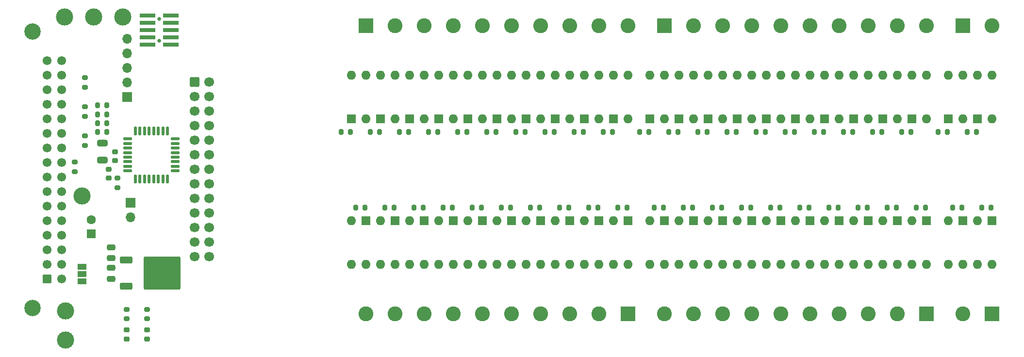
<source format=gbr>
%TF.GenerationSoftware,KiCad,Pcbnew,7.0.2-0*%
%TF.CreationDate,2023-05-17T19:00:26+02:00*%
%TF.ProjectId,main,6d61696e-2e6b-4696-9361-645f70636258,v.1.2.0*%
%TF.SameCoordinates,Original*%
%TF.FileFunction,Soldermask,Top*%
%TF.FilePolarity,Negative*%
%FSLAX46Y46*%
G04 Gerber Fmt 4.6, Leading zero omitted, Abs format (unit mm)*
G04 Created by KiCad (PCBNEW 7.0.2-0) date 2023-05-17 19:00:26*
%MOMM*%
%LPD*%
G01*
G04 APERTURE LIST*
G04 Aperture macros list*
%AMRoundRect*
0 Rectangle with rounded corners*
0 $1 Rounding radius*
0 $2 $3 $4 $5 $6 $7 $8 $9 X,Y pos of 4 corners*
0 Add a 4 corners polygon primitive as box body*
4,1,4,$2,$3,$4,$5,$6,$7,$8,$9,$2,$3,0*
0 Add four circle primitives for the rounded corners*
1,1,$1+$1,$2,$3*
1,1,$1+$1,$4,$5*
1,1,$1+$1,$6,$7*
1,1,$1+$1,$8,$9*
0 Add four rect primitives between the rounded corners*
20,1,$1+$1,$2,$3,$4,$5,0*
20,1,$1+$1,$4,$5,$6,$7,0*
20,1,$1+$1,$6,$7,$8,$9,0*
20,1,$1+$1,$8,$9,$2,$3,0*%
G04 Aperture macros list end*
%ADD10C,0.650000*%
%ADD11R,2.795000X0.740000*%
%ADD12C,3.000000*%
%ADD13R,2.600000X2.600000*%
%ADD14C,2.600000*%
%ADD15RoundRect,0.200000X0.275000X-0.200000X0.275000X0.200000X-0.275000X0.200000X-0.275000X-0.200000X0*%
%ADD16RoundRect,0.200000X0.200000X0.275000X-0.200000X0.275000X-0.200000X-0.275000X0.200000X-0.275000X0*%
%ADD17R,1.600000X1.600000*%
%ADD18O,1.600000X1.600000*%
%ADD19RoundRect,0.200000X-0.275000X0.200000X-0.275000X-0.200000X0.275000X-0.200000X0.275000X0.200000X0*%
%ADD20R,1.700000X1.700000*%
%ADD21O,1.700000X1.700000*%
%ADD22R,1.500000X1.000000*%
%ADD23RoundRect,0.218750X0.256250X-0.218750X0.256250X0.218750X-0.256250X0.218750X-0.256250X-0.218750X0*%
%ADD24RoundRect,0.225000X-0.250000X0.225000X-0.250000X-0.225000X0.250000X-0.225000X0.250000X0.225000X0*%
%ADD25C,1.600000*%
%ADD26RoundRect,0.125000X-0.625000X-0.125000X0.625000X-0.125000X0.625000X0.125000X-0.625000X0.125000X0*%
%ADD27RoundRect,0.125000X-0.125000X-0.625000X0.125000X-0.625000X0.125000X0.625000X-0.125000X0.625000X0*%
%ADD28RoundRect,0.250000X-0.475000X0.250000X-0.475000X-0.250000X0.475000X-0.250000X0.475000X0.250000X0*%
%ADD29C,2.850000*%
%ADD30RoundRect,0.249999X0.525001X-0.525001X0.525001X0.525001X-0.525001X0.525001X-0.525001X-0.525001X0*%
%ADD31C,1.550000*%
%ADD32RoundRect,0.250000X0.475000X-0.250000X0.475000X0.250000X-0.475000X0.250000X-0.475000X-0.250000X0*%
%ADD33RoundRect,0.250000X-0.650000X0.325000X-0.650000X-0.325000X0.650000X-0.325000X0.650000X0.325000X0*%
%ADD34RoundRect,0.250000X-0.850000X-0.350000X0.850000X-0.350000X0.850000X0.350000X-0.850000X0.350000X0*%
%ADD35RoundRect,0.249997X-2.950003X-2.650003X2.950003X-2.650003X2.950003X2.650003X-2.950003X2.650003X0*%
%ADD36RoundRect,0.250000X-0.600000X-0.600000X0.600000X-0.600000X0.600000X0.600000X-0.600000X0.600000X0*%
%ADD37C,1.700000*%
G04 APERTURE END LIST*
D10*
%TO.C,J11*%
X50292000Y-60066000D03*
X50292000Y-56266000D03*
D11*
X52324500Y-60706000D03*
X48259500Y-60706000D03*
X52324500Y-59436000D03*
X48259500Y-59436000D03*
X52324500Y-58166000D03*
X48259500Y-58166000D03*
X52324500Y-56896000D03*
X48259500Y-56896000D03*
X52324500Y-55626000D03*
X48259500Y-55626000D03*
%TD*%
D12*
%TO.C,TP2*%
X33900000Y-107180000D03*
%TD*%
D13*
%TO.C,J5*%
X138430000Y-57404000D03*
D14*
X143510000Y-57404000D03*
X148590000Y-57404000D03*
X153670000Y-57404000D03*
X158750000Y-57404000D03*
X163830000Y-57404000D03*
X168910000Y-57404000D03*
X173990000Y-57404000D03*
X179070000Y-57404000D03*
X184150000Y-57404000D03*
%TD*%
D13*
%TO.C,J4*%
X190500000Y-57404000D03*
D14*
X195580000Y-57404000D03*
%TD*%
D15*
%TO.C,R11*%
X42950000Y-85660000D03*
X42950000Y-84010000D03*
%TD*%
D16*
%TO.C,R38*%
X183959000Y-89154000D03*
X182309000Y-89154000D03*
%TD*%
D17*
%TO.C,U19*%
X99060000Y-73660000D03*
D18*
X101600000Y-73660000D03*
X101600000Y-66040000D03*
X99060000Y-66040000D03*
%TD*%
D19*
%TO.C,R4*%
X37338000Y-66485000D03*
X37338000Y-68135000D03*
%TD*%
D17*
%TO.C,U34*%
X168910000Y-91440000D03*
D18*
X166370000Y-91440000D03*
X166370000Y-99060000D03*
X168910000Y-99060000D03*
%TD*%
D16*
%TO.C,R30*%
X145859000Y-75946000D03*
X144209000Y-75946000D03*
%TD*%
D12*
%TO.C,TP6*%
X43882000Y-55880000D03*
%TD*%
D20*
%TO.C,J2*%
X44704000Y-69850000D03*
D21*
X44704000Y-67310000D03*
X44704000Y-64770000D03*
X44704000Y-62230000D03*
X44704000Y-59690000D03*
%TD*%
D17*
%TO.C,U41*%
X101600000Y-91440000D03*
D18*
X99060000Y-91440000D03*
X99060000Y-99060000D03*
X101600000Y-99060000D03*
%TD*%
D17*
%TO.C,U42*%
X148590000Y-91440000D03*
D18*
X146050000Y-91440000D03*
X146050000Y-99060000D03*
X148590000Y-99060000D03*
%TD*%
D16*
%TO.C,R15*%
X129349000Y-75946000D03*
X127699000Y-75946000D03*
%TD*%
D17*
%TO.C,U36*%
X163830000Y-91440000D03*
D18*
X161290000Y-91440000D03*
X161290000Y-99060000D03*
X163830000Y-99060000D03*
%TD*%
D17*
%TO.C,U31*%
X127000000Y-91440000D03*
D18*
X124460000Y-91440000D03*
X124460000Y-99060000D03*
X127000000Y-99060000D03*
%TD*%
D16*
%TO.C,R35*%
X83629000Y-75946000D03*
X81979000Y-75946000D03*
%TD*%
D17*
%TO.C,U11*%
X119380000Y-73660000D03*
D18*
X121920000Y-73660000D03*
X121920000Y-66040000D03*
X119380000Y-66040000D03*
%TD*%
D17*
%TO.C,U6*%
X181610000Y-73660000D03*
D18*
X184150000Y-73660000D03*
X184150000Y-66040000D03*
X181610000Y-66040000D03*
%TD*%
D17*
%TO.C,U20*%
X146050000Y-73660000D03*
D18*
X148590000Y-73660000D03*
X148590000Y-66040000D03*
X146050000Y-66040000D03*
%TD*%
D17*
%TO.C,U44*%
X143510000Y-91440000D03*
D18*
X140970000Y-91440000D03*
X140970000Y-99060000D03*
X143510000Y-99060000D03*
%TD*%
D16*
%TO.C,R52*%
X153479000Y-89154000D03*
X151829000Y-89154000D03*
%TD*%
%TO.C,R33*%
X88709000Y-75946000D03*
X87059000Y-75946000D03*
%TD*%
%TO.C,R39*%
X131889000Y-89154000D03*
X130239000Y-89154000D03*
%TD*%
D17*
%TO.C,U12*%
X166370000Y-73660000D03*
D18*
X168910000Y-73660000D03*
X168910000Y-66040000D03*
X166370000Y-66040000D03*
%TD*%
D17*
%TO.C,U4*%
X187960000Y-73660000D03*
D18*
X190500000Y-73660000D03*
X190500000Y-66040000D03*
X187960000Y-66040000D03*
%TD*%
D17*
%TO.C,U13*%
X114300000Y-73660000D03*
D18*
X116840000Y-73660000D03*
X116840000Y-66040000D03*
X114300000Y-66040000D03*
%TD*%
D17*
%TO.C,U8*%
X176530000Y-73660000D03*
D18*
X179070000Y-73660000D03*
X179070000Y-66040000D03*
X176530000Y-66040000D03*
%TD*%
D16*
%TO.C,R27*%
X103949000Y-75946000D03*
X102299000Y-75946000D03*
%TD*%
D22*
%TO.C,JP1*%
X36830000Y-102060000D03*
X36830000Y-100760000D03*
X36830000Y-99460000D03*
%TD*%
D16*
%TO.C,R14*%
X181419000Y-75946000D03*
X179769000Y-75946000D03*
%TD*%
D17*
%TO.C,U7*%
X129540000Y-73660000D03*
D18*
X132080000Y-73660000D03*
X132080000Y-66040000D03*
X129540000Y-66040000D03*
%TD*%
D23*
%TO.C,D1*%
X44558000Y-112087500D03*
X44558000Y-110512500D03*
%TD*%
D16*
%TO.C,R45*%
X121729000Y-89154000D03*
X120079000Y-89154000D03*
%TD*%
D17*
%TO.C,U18*%
X151130000Y-73660000D03*
D18*
X153670000Y-73660000D03*
X153670000Y-66040000D03*
X151130000Y-66040000D03*
%TD*%
D24*
%TO.C,C6*%
X41450000Y-82460000D03*
X41450000Y-84010000D03*
%TD*%
D16*
%TO.C,R21*%
X119189000Y-75946000D03*
X117539000Y-75946000D03*
%TD*%
D17*
%TO.C,C1*%
X38400000Y-93760000D03*
D25*
X38400000Y-91260000D03*
%TD*%
D16*
%TO.C,R32*%
X140779000Y-75946000D03*
X139129000Y-75946000D03*
%TD*%
%TO.C,R34*%
X135699000Y-75946000D03*
X134049000Y-75946000D03*
%TD*%
%TO.C,R42*%
X178879000Y-89154000D03*
X177229000Y-89154000D03*
%TD*%
D17*
%TO.C,U24*%
X135890000Y-73660000D03*
D18*
X138430000Y-73660000D03*
X138430000Y-66040000D03*
X135890000Y-66040000D03*
%TD*%
D16*
%TO.C,R54*%
X148399000Y-89154000D03*
X146749000Y-89154000D03*
%TD*%
D12*
%TO.C,TP5*%
X38832000Y-55880000D03*
%TD*%
D16*
%TO.C,R29*%
X98869000Y-75946000D03*
X97219000Y-75946000D03*
%TD*%
%TO.C,R20*%
X171259000Y-75946000D03*
X169609000Y-75946000D03*
%TD*%
D17*
%TO.C,U43*%
X96520000Y-91440000D03*
D18*
X93980000Y-91440000D03*
X93980000Y-99060000D03*
X96520000Y-99060000D03*
%TD*%
D16*
%TO.C,R46*%
X168719000Y-89154000D03*
X167069000Y-89154000D03*
%TD*%
%TO.C,R19*%
X124269000Y-75946000D03*
X122619000Y-75946000D03*
%TD*%
D26*
%TO.C,U3*%
X44725000Y-77160000D03*
X44725000Y-77960000D03*
X44725000Y-78760000D03*
X44725000Y-79560000D03*
X44725000Y-80360000D03*
X44725000Y-81160000D03*
X44725000Y-81960000D03*
X44725000Y-82760000D03*
D27*
X46100000Y-84135000D03*
X46900000Y-84135000D03*
X47700000Y-84135000D03*
X48500000Y-84135000D03*
X49300000Y-84135000D03*
X50100000Y-84135000D03*
X50900000Y-84135000D03*
X51700000Y-84135000D03*
D26*
X53075000Y-82760000D03*
X53075000Y-81960000D03*
X53075000Y-81160000D03*
X53075000Y-80360000D03*
X53075000Y-79560000D03*
X53075000Y-78760000D03*
X53075000Y-77960000D03*
X53075000Y-77160000D03*
D27*
X51700000Y-75785000D03*
X50900000Y-75785000D03*
X50100000Y-75785000D03*
X49300000Y-75785000D03*
X48500000Y-75785000D03*
X47700000Y-75785000D03*
X46900000Y-75785000D03*
X46100000Y-75785000D03*
%TD*%
D19*
%TO.C,R3*%
X37338000Y-71565000D03*
X37338000Y-73215000D03*
%TD*%
D16*
%TO.C,R44*%
X173799000Y-89154000D03*
X172149000Y-89154000D03*
%TD*%
D17*
%TO.C,U25*%
X83820000Y-73660000D03*
D18*
X86360000Y-73660000D03*
X86360000Y-66040000D03*
X83820000Y-66040000D03*
%TD*%
D16*
%TO.C,R37*%
X195389000Y-89154000D03*
X193739000Y-89154000D03*
%TD*%
D17*
%TO.C,U17*%
X104140000Y-73660000D03*
D18*
X106680000Y-73660000D03*
X106680000Y-66040000D03*
X104140000Y-66040000D03*
%TD*%
D17*
%TO.C,U10*%
X171450000Y-73660000D03*
D18*
X173990000Y-73660000D03*
X173990000Y-66040000D03*
X171450000Y-66040000D03*
%TD*%
D16*
%TO.C,R25*%
X109029000Y-75946000D03*
X107379000Y-75946000D03*
%TD*%
D20*
%TO.C,J3*%
X45250000Y-88310000D03*
D21*
X45250000Y-90850000D03*
%TD*%
D16*
%TO.C,R9*%
X41148000Y-71310000D03*
X39498000Y-71310000D03*
%TD*%
D17*
%TO.C,U38*%
X158750000Y-91440000D03*
D18*
X156210000Y-91440000D03*
X156210000Y-99060000D03*
X158750000Y-99060000D03*
%TD*%
D16*
%TO.C,R57*%
X91249000Y-89154000D03*
X89599000Y-89154000D03*
%TD*%
D17*
%TO.C,U15*%
X109220000Y-73660000D03*
D18*
X111760000Y-73660000D03*
X111760000Y-66040000D03*
X109220000Y-66040000D03*
%TD*%
D28*
%TO.C,C5*%
X41910000Y-96078000D03*
X41910000Y-97978000D03*
%TD*%
D17*
%TO.C,U5*%
X193040000Y-73660000D03*
D18*
X195580000Y-73660000D03*
X195580000Y-66040000D03*
X193040000Y-66040000D03*
%TD*%
D19*
%TO.C,R2*%
X37338000Y-76645000D03*
X37338000Y-78295000D03*
%TD*%
D17*
%TO.C,U37*%
X111760000Y-91440000D03*
D18*
X109220000Y-91440000D03*
X109220000Y-99060000D03*
X111760000Y-99060000D03*
%TD*%
D19*
%TO.C,R8*%
X44558000Y-106919000D03*
X44558000Y-108569000D03*
%TD*%
D16*
%TO.C,R23*%
X114109000Y-75946000D03*
X112459000Y-75946000D03*
%TD*%
%TO.C,R53*%
X101409000Y-89154000D03*
X99759000Y-89154000D03*
%TD*%
%TO.C,R13*%
X192849000Y-75946000D03*
X191199000Y-75946000D03*
%TD*%
%TO.C,R28*%
X150939000Y-75946000D03*
X149289000Y-75946000D03*
%TD*%
%TO.C,R5*%
X41148000Y-72898000D03*
X39498000Y-72898000D03*
%TD*%
D17*
%TO.C,U22*%
X140970000Y-73660000D03*
D18*
X143510000Y-73660000D03*
X143510000Y-66040000D03*
X140970000Y-66040000D03*
%TD*%
D16*
%TO.C,R18*%
X176339000Y-75946000D03*
X174689000Y-75946000D03*
%TD*%
D17*
%TO.C,U33*%
X121920000Y-91440000D03*
D18*
X119380000Y-91440000D03*
X119380000Y-99060000D03*
X121920000Y-99060000D03*
%TD*%
D16*
%TO.C,R48*%
X163639000Y-89154000D03*
X161989000Y-89154000D03*
%TD*%
D29*
%TO.C,J1*%
X28160000Y-106685080D03*
X28160000Y-58425080D03*
D30*
X30700000Y-101605080D03*
D31*
X30700000Y-99065080D03*
X30700000Y-96525080D03*
X30700000Y-93985080D03*
X30700000Y-91445080D03*
X30700000Y-88905080D03*
X30700000Y-86365080D03*
X30700000Y-83825080D03*
X30700000Y-81285080D03*
X30700000Y-78745080D03*
X30700000Y-76205080D03*
X30700000Y-73665080D03*
X30700000Y-71125080D03*
X30700000Y-68585080D03*
X30700000Y-66045080D03*
X30700000Y-63505080D03*
X33240000Y-101605080D03*
X33240000Y-99065080D03*
X33240000Y-96525080D03*
X33240000Y-93985080D03*
X33240000Y-91445080D03*
X33240000Y-88905080D03*
X33240000Y-86365080D03*
X33240000Y-83825080D03*
X33240000Y-81285080D03*
X33240000Y-78745080D03*
X33240000Y-76205080D03*
X33240000Y-73665080D03*
X33240000Y-71125080D03*
X33240000Y-68585080D03*
X33240000Y-66045080D03*
X33240000Y-63505080D03*
%TD*%
D17*
%TO.C,U23*%
X88900000Y-73660000D03*
D18*
X91440000Y-73660000D03*
X91440000Y-66040000D03*
X88900000Y-66040000D03*
%TD*%
D17*
%TO.C,U39*%
X106680000Y-91440000D03*
D18*
X104140000Y-91440000D03*
X104140000Y-99060000D03*
X106680000Y-99060000D03*
%TD*%
D16*
%TO.C,R59*%
X86169000Y-89154000D03*
X84519000Y-89154000D03*
%TD*%
D17*
%TO.C,U47*%
X86360000Y-91440000D03*
D18*
X83820000Y-91440000D03*
X83820000Y-99060000D03*
X86360000Y-99060000D03*
%TD*%
D32*
%TO.C,C2*%
X41910000Y-101600000D03*
X41910000Y-99700000D03*
%TD*%
D17*
%TO.C,U46*%
X138430000Y-91440000D03*
D18*
X135890000Y-91440000D03*
X135890000Y-99060000D03*
X138430000Y-99060000D03*
%TD*%
D12*
%TO.C,TP1*%
X36819000Y-87169000D03*
%TD*%
D24*
%TO.C,C8*%
X42544000Y-79435000D03*
X42544000Y-80985000D03*
%TD*%
D13*
%TO.C,J7*%
X195580000Y-107696000D03*
D14*
X190500000Y-107696000D03*
%TD*%
D13*
%TO.C,J9*%
X132080000Y-107696000D03*
D14*
X127000000Y-107696000D03*
X121920000Y-107696000D03*
X116840000Y-107696000D03*
X111760000Y-107696000D03*
X106680000Y-107696000D03*
X101600000Y-107696000D03*
X96520000Y-107696000D03*
X91440000Y-107696000D03*
X86360000Y-107696000D03*
%TD*%
D33*
%TO.C,C7*%
X40335200Y-77900000D03*
X40335200Y-80850000D03*
%TD*%
D12*
%TO.C,TP3*%
X33900000Y-112260000D03*
%TD*%
D17*
%TO.C,U16*%
X156210000Y-73660000D03*
D18*
X158750000Y-73660000D03*
X158750000Y-66040000D03*
X156210000Y-66040000D03*
%TD*%
D17*
%TO.C,U35*%
X116840000Y-91440000D03*
D18*
X114300000Y-91440000D03*
X114300000Y-99060000D03*
X116840000Y-99060000D03*
%TD*%
D17*
%TO.C,U9*%
X124460000Y-73660000D03*
D18*
X127000000Y-73660000D03*
X127000000Y-66040000D03*
X124460000Y-66040000D03*
%TD*%
D16*
%TO.C,R58*%
X138239000Y-89154000D03*
X136589000Y-89154000D03*
%TD*%
D23*
%TO.C,D2*%
X48114000Y-112087500D03*
X48114000Y-110512500D03*
%TD*%
D16*
%TO.C,R6*%
X41148000Y-74422000D03*
X39498000Y-74422000D03*
%TD*%
%TO.C,R56*%
X143319000Y-89154000D03*
X141669000Y-89154000D03*
%TD*%
%TO.C,R55*%
X96329000Y-89154000D03*
X94679000Y-89154000D03*
%TD*%
D17*
%TO.C,U21*%
X93980000Y-73660000D03*
D18*
X96520000Y-73660000D03*
X96520000Y-66040000D03*
X93980000Y-66040000D03*
%TD*%
D16*
%TO.C,R51*%
X106489000Y-89154000D03*
X104839000Y-89154000D03*
%TD*%
%TO.C,R31*%
X93789000Y-75946000D03*
X92139000Y-75946000D03*
%TD*%
D17*
%TO.C,U28*%
X184150000Y-91440000D03*
D18*
X181610000Y-91440000D03*
X181610000Y-99060000D03*
X184150000Y-99060000D03*
%TD*%
D17*
%TO.C,U29*%
X132080000Y-91440000D03*
D18*
X129540000Y-91440000D03*
X129540000Y-99060000D03*
X132080000Y-99060000D03*
%TD*%
D16*
%TO.C,R49*%
X111569000Y-89154000D03*
X109919000Y-89154000D03*
%TD*%
D17*
%TO.C,U40*%
X153670000Y-91440000D03*
D18*
X151130000Y-91440000D03*
X151130000Y-99060000D03*
X153670000Y-99060000D03*
%TD*%
D16*
%TO.C,R43*%
X126809000Y-89154000D03*
X125159000Y-89154000D03*
%TD*%
D17*
%TO.C,U45*%
X91440000Y-91440000D03*
D18*
X88900000Y-91440000D03*
X88900000Y-99060000D03*
X91440000Y-99060000D03*
%TD*%
D16*
%TO.C,R47*%
X116649000Y-89154000D03*
X114999000Y-89154000D03*
%TD*%
D17*
%TO.C,U14*%
X161290000Y-73660000D03*
D18*
X163830000Y-73660000D03*
X163830000Y-66040000D03*
X161290000Y-66040000D03*
%TD*%
D17*
%TO.C,U26*%
X190500000Y-91440000D03*
D18*
X187960000Y-91440000D03*
X187960000Y-99060000D03*
X190500000Y-99060000D03*
%TD*%
D16*
%TO.C,R26*%
X156019000Y-75946000D03*
X154369000Y-75946000D03*
%TD*%
D17*
%TO.C,U32*%
X173990000Y-91440000D03*
D18*
X171450000Y-91440000D03*
X171450000Y-99060000D03*
X173990000Y-99060000D03*
%TD*%
D16*
%TO.C,R36*%
X190309000Y-89154000D03*
X188659000Y-89154000D03*
%TD*%
D17*
%TO.C,U30*%
X179070000Y-91440000D03*
D18*
X176530000Y-91440000D03*
X176530000Y-99060000D03*
X179070000Y-99060000D03*
%TD*%
D16*
%TO.C,R50*%
X158559000Y-89154000D03*
X156909000Y-89154000D03*
%TD*%
%TO.C,R12*%
X187769000Y-75946000D03*
X186119000Y-75946000D03*
%TD*%
D19*
%TO.C,R10*%
X48114000Y-106919000D03*
X48114000Y-108569000D03*
%TD*%
D16*
%TO.C,R24*%
X161099000Y-75946000D03*
X159449000Y-75946000D03*
%TD*%
%TO.C,R7*%
X41148000Y-75946000D03*
X39498000Y-75946000D03*
%TD*%
%TO.C,R22*%
X166179000Y-75946000D03*
X164529000Y-75946000D03*
%TD*%
D13*
%TO.C,J8*%
X184150000Y-107696000D03*
D14*
X179070000Y-107696000D03*
X173990000Y-107696000D03*
X168910000Y-107696000D03*
X163830000Y-107696000D03*
X158750000Y-107696000D03*
X153670000Y-107696000D03*
X148590000Y-107696000D03*
X143510000Y-107696000D03*
X138430000Y-107696000D03*
%TD*%
D12*
%TO.C,TP4*%
X33782000Y-55880000D03*
%TD*%
D17*
%TO.C,U27*%
X195580000Y-91440000D03*
D18*
X193040000Y-91440000D03*
X193040000Y-99060000D03*
X195580000Y-99060000D03*
%TD*%
D13*
%TO.C,J6*%
X86360000Y-57404000D03*
D14*
X91440000Y-57404000D03*
X96520000Y-57404000D03*
X101600000Y-57404000D03*
X106680000Y-57404000D03*
X111760000Y-57404000D03*
X116840000Y-57404000D03*
X121920000Y-57404000D03*
X127000000Y-57404000D03*
X132080000Y-57404000D03*
%TD*%
D34*
%TO.C,U2*%
X44500000Y-98305000D03*
D35*
X50800000Y-100585000D03*
D34*
X44500000Y-102865000D03*
%TD*%
D36*
%TO.C,J10*%
X56400000Y-67280000D03*
D37*
X58940000Y-67280000D03*
X56400000Y-69820000D03*
X58940000Y-69820000D03*
X56400000Y-72360000D03*
X58940000Y-72360000D03*
X56400000Y-74900000D03*
X58940000Y-74900000D03*
X56400000Y-77440000D03*
X58940000Y-77440000D03*
X56400000Y-79980000D03*
X58940000Y-79980000D03*
X56400000Y-82520000D03*
X58940000Y-82520000D03*
X56400000Y-85060000D03*
X58940000Y-85060000D03*
X56400000Y-87600000D03*
X58940000Y-87600000D03*
X56400000Y-90140000D03*
X58940000Y-90140000D03*
X56400000Y-92680000D03*
X58940000Y-92680000D03*
X56400000Y-95220000D03*
X58940000Y-95220000D03*
X56400000Y-97760000D03*
X58940000Y-97760000D03*
%TD*%
D15*
%TO.C,R1*%
X35550000Y-82885000D03*
X35550000Y-81235000D03*
%TD*%
M02*

</source>
